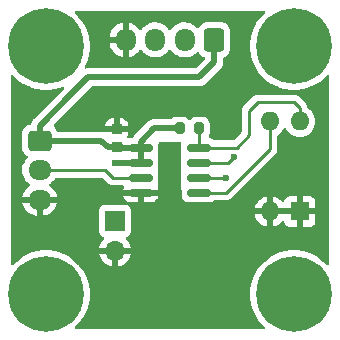
<source format=gbr>
%TF.GenerationSoftware,KiCad,Pcbnew,(6.0.8)*%
%TF.CreationDate,2023-04-13T09:43:49+02:00*%
%TF.ProjectId,ENCODER,454e434f-4445-4522-9e6b-696361645f70,1.0*%
%TF.SameCoordinates,Original*%
%TF.FileFunction,Copper,L1,Top*%
%TF.FilePolarity,Positive*%
%FSLAX46Y46*%
G04 Gerber Fmt 4.6, Leading zero omitted, Abs format (unit mm)*
G04 Created by KiCad (PCBNEW (6.0.8)) date 2023-04-13 09:43:49*
%MOMM*%
%LPD*%
G01*
G04 APERTURE LIST*
G04 Aperture macros list*
%AMRoundRect*
0 Rectangle with rounded corners*
0 $1 Rounding radius*
0 $2 $3 $4 $5 $6 $7 $8 $9 X,Y pos of 4 corners*
0 Add a 4 corners polygon primitive as box body*
4,1,4,$2,$3,$4,$5,$6,$7,$8,$9,$2,$3,0*
0 Add four circle primitives for the rounded corners*
1,1,$1+$1,$2,$3*
1,1,$1+$1,$4,$5*
1,1,$1+$1,$6,$7*
1,1,$1+$1,$8,$9*
0 Add four rect primitives between the rounded corners*
20,1,$1+$1,$2,$3,$4,$5,0*
20,1,$1+$1,$4,$5,$6,$7,0*
20,1,$1+$1,$6,$7,$8,$9,0*
20,1,$1+$1,$8,$9,$2,$3,0*%
G04 Aperture macros list end*
%TA.AperFunction,ComponentPad*%
%ADD10C,0.800000*%
%TD*%
%TA.AperFunction,ComponentPad*%
%ADD11C,6.400000*%
%TD*%
%TA.AperFunction,SMDPad,CuDef*%
%ADD12RoundRect,0.225000X0.250000X-0.225000X0.250000X0.225000X-0.250000X0.225000X-0.250000X-0.225000X0*%
%TD*%
%TA.AperFunction,SMDPad,CuDef*%
%ADD13RoundRect,0.150000X-0.825000X-0.150000X0.825000X-0.150000X0.825000X0.150000X-0.825000X0.150000X0*%
%TD*%
%TA.AperFunction,SMDPad,CuDef*%
%ADD14RoundRect,0.200000X-0.200000X-0.275000X0.200000X-0.275000X0.200000X0.275000X-0.200000X0.275000X0*%
%TD*%
%TA.AperFunction,ComponentPad*%
%ADD15RoundRect,0.250000X0.600000X0.725000X-0.600000X0.725000X-0.600000X-0.725000X0.600000X-0.725000X0*%
%TD*%
%TA.AperFunction,ComponentPad*%
%ADD16O,1.700000X1.950000*%
%TD*%
%TA.AperFunction,ComponentPad*%
%ADD17R,1.700000X1.700000*%
%TD*%
%TA.AperFunction,ComponentPad*%
%ADD18O,1.700000X1.700000*%
%TD*%
%TA.AperFunction,ComponentPad*%
%ADD19RoundRect,0.250000X-0.725000X0.600000X-0.725000X-0.600000X0.725000X-0.600000X0.725000X0.600000X0*%
%TD*%
%TA.AperFunction,ComponentPad*%
%ADD20O,1.950000X1.700000*%
%TD*%
%TA.AperFunction,ComponentPad*%
%ADD21R,1.600000X1.600000*%
%TD*%
%TA.AperFunction,ComponentPad*%
%ADD22O,1.600000X1.600000*%
%TD*%
%TA.AperFunction,ViaPad*%
%ADD23C,0.600000*%
%TD*%
%TA.AperFunction,Conductor*%
%ADD24C,0.508000*%
%TD*%
%TA.AperFunction,Conductor*%
%ADD25C,0.254000*%
%TD*%
G04 APERTURE END LIST*
D10*
%TO.P,H3,1*%
%TO.N,N/C*%
X134500000Y-81100000D03*
X132100000Y-83500000D03*
X136197056Y-81802944D03*
X132802944Y-85197056D03*
X136197056Y-85197056D03*
X132802944Y-81802944D03*
X134500000Y-85900000D03*
D11*
X134500000Y-83500000D03*
D10*
X136900000Y-83500000D03*
%TD*%
%TO.P,H4,1*%
%TO.N,N/C*%
X136900000Y-104500000D03*
X136197056Y-106197056D03*
X134500000Y-102100000D03*
X132802944Y-102802944D03*
X134500000Y-106900000D03*
D11*
X134500000Y-104500000D03*
D10*
X132100000Y-104500000D03*
X136197056Y-102802944D03*
X132802944Y-106197056D03*
%TD*%
%TO.P,H2,1*%
%TO.N,N/C*%
X111100000Y-83500000D03*
D11*
X113500000Y-83500000D03*
D10*
X113500000Y-85900000D03*
X113500000Y-81100000D03*
X115197056Y-81802944D03*
X115197056Y-85197056D03*
X115900000Y-83500000D03*
X111802944Y-81802944D03*
X111802944Y-85197056D03*
%TD*%
D12*
%TO.P,C1,1*%
%TO.N,+3V3*%
X119500000Y-92078000D03*
%TO.P,C1,2*%
%TO.N,GND*%
X119500000Y-90528000D03*
%TD*%
D13*
%TO.P,U1,1,VDD5V*%
%TO.N,+3V3*%
X121525000Y-92095000D03*
%TO.P,U1,2,VDD3V3*%
X121525000Y-93365000D03*
%TO.P,U1,3,OUT*%
%TO.N,/OUT*%
X121525000Y-94635000D03*
%TO.P,U1,4,GND*%
%TO.N,GND*%
X121525000Y-95905000D03*
%TO.P,U1,5,PGO*%
%TO.N,/PGO*%
X126475000Y-95905000D03*
%TO.P,U1,6,SDA*%
%TO.N,/SDA*%
X126475000Y-94635000D03*
%TO.P,U1,7,SCL*%
%TO.N,/SCL*%
X126475000Y-93365000D03*
%TO.P,U1,8,DIR*%
%TO.N,/DIR*%
X126475000Y-92095000D03*
%TD*%
D14*
%TO.P,R1,1*%
%TO.N,+3V3*%
X124821400Y-90464800D03*
%TO.P,R1,2*%
%TO.N,/DIR*%
X126471400Y-90464800D03*
%TD*%
D10*
%TO.P,H1,1*%
%TO.N,N/C*%
X113500000Y-106900000D03*
X111802944Y-106197056D03*
X115900000Y-104500000D03*
X115197056Y-106197056D03*
X113500000Y-102100000D03*
D11*
X113500000Y-104500000D03*
D10*
X111100000Y-104500000D03*
X111802944Y-102802944D03*
X115197056Y-102802944D03*
%TD*%
D15*
%TO.P,J2,1,Pin_1*%
%TO.N,+3V3*%
X127750000Y-82975000D03*
D16*
%TO.P,J2,2,Pin_2*%
%TO.N,/SCL*%
X125250000Y-82975000D03*
%TO.P,J2,3,Pin_3*%
%TO.N,/SDA*%
X122750000Y-82975000D03*
%TO.P,J2,4,Pin_4*%
%TO.N,GND*%
X120250000Y-82975000D03*
%TD*%
D17*
%TO.P,C2,1*%
%TO.N,+3V3*%
X119347200Y-98288000D03*
D18*
%TO.P,C2,2*%
%TO.N,GND*%
X119347200Y-100828000D03*
%TD*%
D19*
%TO.P,J1,1,Pin_1*%
%TO.N,+3V3*%
X112975000Y-91500000D03*
D20*
%TO.P,J1,2,Pin_2*%
%TO.N,/OUT*%
X112975000Y-94000000D03*
%TO.P,J1,3,Pin_3*%
%TO.N,GND*%
X112975000Y-96500000D03*
%TD*%
D21*
%TO.P,SW1,1*%
%TO.N,GND*%
X135000000Y-97500000D03*
D22*
%TO.P,SW1,2*%
X132460000Y-97500000D03*
%TO.P,SW1,3*%
%TO.N,/PGO*%
X132460000Y-89880000D03*
%TO.P,SW1,4*%
%TO.N,/DIR*%
X135000000Y-89880000D03*
%TD*%
D23*
%TO.N,+3V3*%
X119347200Y-93370000D03*
%TO.N,/SCL*%
X129400000Y-92862000D03*
%TO.N,/SDA*%
X128731000Y-94640000D03*
%TD*%
D24*
%TO.N,+3V3*%
X112975000Y-90257000D02*
X112975000Y-91500000D01*
X112975000Y-91500000D02*
X118198000Y-91500000D01*
X121525000Y-92095000D02*
X119517000Y-92095000D01*
X118776000Y-92078000D02*
X119500000Y-92078000D01*
X122649200Y-90464800D02*
X121525000Y-91589000D01*
X127750000Y-82975000D02*
X127750000Y-84880000D01*
X115750000Y-87500000D02*
X115741000Y-87491000D01*
X127750000Y-82975000D02*
X127780000Y-83005000D01*
X127750000Y-84880000D02*
X126480000Y-86150000D01*
X121525000Y-91589000D02*
X121525000Y-92095000D01*
X121525000Y-93365000D02*
X121525000Y-92095000D01*
X118198000Y-91500000D02*
X118776000Y-92078000D01*
X119347200Y-93370000D02*
X119352200Y-93365000D01*
X117082000Y-86150000D02*
X115741000Y-87491000D01*
X119352200Y-93365000D02*
X121525000Y-93365000D01*
X124821400Y-90464800D02*
X122649200Y-90464800D01*
X119517000Y-92095000D02*
X119500000Y-92078000D01*
X115741000Y-87491000D02*
X112975000Y-90257000D01*
X126480000Y-86150000D02*
X117082000Y-86150000D01*
D25*
%TO.N,/OUT*%
X121525000Y-94635000D02*
X119174000Y-94635000D01*
X118539000Y-94000000D02*
X112975000Y-94000000D01*
X119174000Y-94635000D02*
X118539000Y-94000000D01*
%TO.N,/SCL*%
X129400000Y-92862000D02*
X128897000Y-93365000D01*
X127010000Y-93400000D02*
X126975000Y-93365000D01*
X128897000Y-93365000D02*
X126475000Y-93365000D01*
X126975000Y-93365000D02*
X126475000Y-93365000D01*
%TO.N,/SDA*%
X126480000Y-94640000D02*
X126475000Y-94635000D01*
X128731000Y-94640000D02*
X126480000Y-94640000D01*
%TO.N,/DIR*%
X126471400Y-90464800D02*
X126475000Y-90468400D01*
X130701000Y-91049000D02*
X129655000Y-92095000D01*
X132352000Y-88255000D02*
X131463000Y-88255000D01*
X129655000Y-92095000D02*
X126475000Y-92095000D01*
X134511000Y-88255000D02*
X132352000Y-88255000D01*
X126475000Y-90468400D02*
X126475000Y-92095000D01*
X130701000Y-89017000D02*
X130701000Y-91049000D01*
X135000000Y-88744000D02*
X134511000Y-88255000D01*
X135000000Y-89880000D02*
X135000000Y-88744000D01*
X131463000Y-88255000D02*
X130701000Y-89017000D01*
X132352000Y-88255000D02*
X132225000Y-88255000D01*
%TO.N,/PGO*%
X132460000Y-92211000D02*
X132460000Y-89880000D01*
X126475000Y-95905000D02*
X128766000Y-95905000D01*
X128766000Y-95905000D02*
X132460000Y-92211000D01*
%TD*%
%TA.AperFunction,Conductor*%
%TO.N,GND*%
G36*
X132013639Y-80528502D02*
G01*
X132060132Y-80582158D01*
X132070236Y-80652432D01*
X132040742Y-80717012D01*
X132024812Y-80732420D01*
X132017695Y-80738183D01*
X132017684Y-80738193D01*
X132015124Y-80740266D01*
X131740266Y-81015124D01*
X131495643Y-81317207D01*
X131493848Y-81319970D01*
X131493848Y-81319971D01*
X131321320Y-81585643D01*
X131283938Y-81643206D01*
X131282443Y-81646140D01*
X131282439Y-81646147D01*
X131187182Y-81833100D01*
X131107468Y-81989547D01*
X130968167Y-82352438D01*
X130867562Y-82727901D01*
X130835268Y-82931793D01*
X130817699Y-83042723D01*
X130806754Y-83111824D01*
X130786411Y-83500000D01*
X130806754Y-83888176D01*
X130807267Y-83891416D01*
X130807268Y-83891424D01*
X130832467Y-84050523D01*
X130867562Y-84272099D01*
X130968167Y-84647562D01*
X131107468Y-85010453D01*
X131108966Y-85013393D01*
X131280780Y-85350596D01*
X131283938Y-85356794D01*
X131285734Y-85359560D01*
X131285736Y-85359563D01*
X131350292Y-85458971D01*
X131495643Y-85682793D01*
X131497718Y-85685355D01*
X131732421Y-85975188D01*
X131740266Y-85984876D01*
X132015124Y-86259734D01*
X132317207Y-86504357D01*
X132319970Y-86506152D01*
X132319971Y-86506152D01*
X132589521Y-86681199D01*
X132643205Y-86716062D01*
X132646139Y-86717557D01*
X132646146Y-86717561D01*
X132986607Y-86891034D01*
X132989547Y-86892532D01*
X133052327Y-86916631D01*
X133264113Y-86997928D01*
X133352438Y-87031833D01*
X133727901Y-87132438D01*
X133931793Y-87164732D01*
X134108576Y-87192732D01*
X134108584Y-87192733D01*
X134111824Y-87193246D01*
X134500000Y-87213589D01*
X134888176Y-87193246D01*
X134891416Y-87192733D01*
X134891424Y-87192732D01*
X135068207Y-87164732D01*
X135272099Y-87132438D01*
X135647562Y-87031833D01*
X135735888Y-86997928D01*
X135947673Y-86916631D01*
X136010453Y-86892532D01*
X136013393Y-86891034D01*
X136353854Y-86717561D01*
X136353861Y-86717557D01*
X136356795Y-86716062D01*
X136410480Y-86681199D01*
X136680029Y-86506152D01*
X136680030Y-86506152D01*
X136682793Y-86504357D01*
X136984876Y-86259734D01*
X137259734Y-85984876D01*
X137261809Y-85982314D01*
X137261817Y-85982305D01*
X137267580Y-85975188D01*
X137325994Y-85934836D01*
X137396951Y-85932470D01*
X137457923Y-85968843D01*
X137489551Y-86032405D01*
X137491500Y-86054482D01*
X137491500Y-101945518D01*
X137471498Y-102013639D01*
X137417842Y-102060132D01*
X137347568Y-102070236D01*
X137282988Y-102040742D01*
X137267580Y-102024812D01*
X137261817Y-102017695D01*
X137261807Y-102017684D01*
X137259734Y-102015124D01*
X136984876Y-101740266D01*
X136682793Y-101495643D01*
X136356795Y-101283938D01*
X136353861Y-101282443D01*
X136353854Y-101282439D01*
X136013393Y-101108966D01*
X136010453Y-101107468D01*
X135647562Y-100968167D01*
X135272099Y-100867562D01*
X135068207Y-100835268D01*
X134891424Y-100807268D01*
X134891416Y-100807267D01*
X134888176Y-100806754D01*
X134500000Y-100786411D01*
X134111824Y-100806754D01*
X134108584Y-100807267D01*
X134108576Y-100807268D01*
X133931793Y-100835268D01*
X133727901Y-100867562D01*
X133352438Y-100968167D01*
X132989547Y-101107468D01*
X132986607Y-101108966D01*
X132646147Y-101282439D01*
X132646140Y-101282443D01*
X132643206Y-101283938D01*
X132640440Y-101285734D01*
X132640437Y-101285736D01*
X132406581Y-101437603D01*
X132317207Y-101495643D01*
X132015124Y-101740266D01*
X131740266Y-102015124D01*
X131738194Y-102017682D01*
X131738191Y-102017686D01*
X131672999Y-102098191D01*
X131495643Y-102317207D01*
X131283938Y-102643206D01*
X131107468Y-102989547D01*
X130968167Y-103352438D01*
X130867562Y-103727901D01*
X130806754Y-104111824D01*
X130786411Y-104500000D01*
X130806754Y-104888176D01*
X130867562Y-105272099D01*
X130968167Y-105647562D01*
X131107468Y-106010453D01*
X131108966Y-106013393D01*
X131277554Y-106344264D01*
X131283938Y-106356794D01*
X131495643Y-106682793D01*
X131740266Y-106984876D01*
X132015124Y-107259734D01*
X132017684Y-107261807D01*
X132017695Y-107261817D01*
X132024812Y-107267580D01*
X132065164Y-107325994D01*
X132067530Y-107396951D01*
X132031157Y-107457923D01*
X131967595Y-107489551D01*
X131945518Y-107491500D01*
X116054482Y-107491500D01*
X115986361Y-107471498D01*
X115939868Y-107417842D01*
X115929764Y-107347568D01*
X115959258Y-107282988D01*
X115975188Y-107267580D01*
X115982305Y-107261817D01*
X115982316Y-107261807D01*
X115984876Y-107259734D01*
X116259734Y-106984876D01*
X116504357Y-106682793D01*
X116716062Y-106356794D01*
X116722447Y-106344264D01*
X116891034Y-106013393D01*
X116892532Y-106010453D01*
X117031833Y-105647562D01*
X117132438Y-105272099D01*
X117193246Y-104888176D01*
X117213589Y-104500000D01*
X117193246Y-104111824D01*
X117132438Y-103727901D01*
X117031833Y-103352438D01*
X116892532Y-102989547D01*
X116716062Y-102643206D01*
X116504357Y-102317207D01*
X116327001Y-102098191D01*
X116261809Y-102017686D01*
X116261806Y-102017682D01*
X116259734Y-102015124D01*
X115984876Y-101740266D01*
X115682793Y-101495643D01*
X115356795Y-101283938D01*
X115353861Y-101282443D01*
X115353854Y-101282439D01*
X115013393Y-101108966D01*
X115010453Y-101107468D01*
X114980489Y-101095966D01*
X118015457Y-101095966D01*
X118045765Y-101230446D01*
X118048845Y-101240275D01*
X118128970Y-101437603D01*
X118133613Y-101446794D01*
X118244894Y-101628388D01*
X118250977Y-101636699D01*
X118390413Y-101797667D01*
X118397780Y-101804883D01*
X118561634Y-101940916D01*
X118570081Y-101946831D01*
X118753956Y-102054279D01*
X118763242Y-102058729D01*
X118962201Y-102134703D01*
X118972099Y-102137579D01*
X119075450Y-102158606D01*
X119089499Y-102157410D01*
X119093200Y-102147065D01*
X119093200Y-102146517D01*
X119601200Y-102146517D01*
X119605264Y-102160359D01*
X119618678Y-102162393D01*
X119625384Y-102161534D01*
X119635462Y-102159392D01*
X119839455Y-102098191D01*
X119849042Y-102094433D01*
X120040295Y-102000739D01*
X120049145Y-101995464D01*
X120222528Y-101871792D01*
X120230400Y-101865139D01*
X120381252Y-101714812D01*
X120387930Y-101706965D01*
X120512203Y-101534020D01*
X120517513Y-101525183D01*
X120611870Y-101334267D01*
X120615669Y-101324672D01*
X120677577Y-101120910D01*
X120679755Y-101110837D01*
X120681186Y-101099962D01*
X120678975Y-101085778D01*
X120665817Y-101082000D01*
X119619315Y-101082000D01*
X119604076Y-101086475D01*
X119602871Y-101087865D01*
X119601200Y-101095548D01*
X119601200Y-102146517D01*
X119093200Y-102146517D01*
X119093200Y-101100115D01*
X119088725Y-101084876D01*
X119087335Y-101083671D01*
X119079652Y-101082000D01*
X118030425Y-101082000D01*
X118016894Y-101085973D01*
X118015457Y-101095966D01*
X114980489Y-101095966D01*
X114647562Y-100968167D01*
X114272099Y-100867562D01*
X114068207Y-100835268D01*
X113891424Y-100807268D01*
X113891416Y-100807267D01*
X113888176Y-100806754D01*
X113500000Y-100786411D01*
X113111824Y-100806754D01*
X113108584Y-100807267D01*
X113108576Y-100807268D01*
X112931793Y-100835268D01*
X112727901Y-100867562D01*
X112352438Y-100968167D01*
X111989547Y-101107468D01*
X111986607Y-101108966D01*
X111646147Y-101282439D01*
X111646140Y-101282443D01*
X111643206Y-101283938D01*
X111640440Y-101285734D01*
X111640437Y-101285736D01*
X111406581Y-101437603D01*
X111317207Y-101495643D01*
X111015124Y-101740266D01*
X110740266Y-102015124D01*
X110738193Y-102017684D01*
X110738183Y-102017695D01*
X110732420Y-102024812D01*
X110674006Y-102065164D01*
X110603049Y-102067530D01*
X110542077Y-102031157D01*
X110510449Y-101967595D01*
X110508500Y-101945518D01*
X110508500Y-99186134D01*
X117988700Y-99186134D01*
X117995455Y-99248316D01*
X118046585Y-99384705D01*
X118133939Y-99501261D01*
X118250495Y-99588615D01*
X118258904Y-99591767D01*
X118258905Y-99591768D01*
X118368160Y-99632726D01*
X118424925Y-99675367D01*
X118449625Y-99741929D01*
X118434418Y-99811278D01*
X118415025Y-99837759D01*
X118291790Y-99966717D01*
X118285304Y-99974727D01*
X118165298Y-100150649D01*
X118160200Y-100159623D01*
X118070538Y-100352783D01*
X118066975Y-100362470D01*
X118011589Y-100562183D01*
X118013112Y-100570607D01*
X118025492Y-100574000D01*
X120665544Y-100574000D01*
X120679075Y-100570027D01*
X120680380Y-100560947D01*
X120638414Y-100393875D01*
X120635094Y-100384124D01*
X120550172Y-100188814D01*
X120545305Y-100179739D01*
X120429626Y-100000926D01*
X120423336Y-99992757D01*
X120279493Y-99834677D01*
X120248441Y-99770831D01*
X120256835Y-99700333D01*
X120302012Y-99645564D01*
X120328456Y-99631895D01*
X120435497Y-99591767D01*
X120443905Y-99588615D01*
X120560461Y-99501261D01*
X120647815Y-99384705D01*
X120698945Y-99248316D01*
X120705700Y-99186134D01*
X120705700Y-97766522D01*
X131177273Y-97766522D01*
X131224764Y-97943761D01*
X131228510Y-97954053D01*
X131320586Y-98151511D01*
X131326069Y-98161007D01*
X131451028Y-98339467D01*
X131458084Y-98347875D01*
X131612125Y-98501916D01*
X131620533Y-98508972D01*
X131798993Y-98633931D01*
X131808489Y-98639414D01*
X132005947Y-98731490D01*
X132016239Y-98735236D01*
X132188503Y-98781394D01*
X132202599Y-98781058D01*
X132206000Y-98773116D01*
X132206000Y-98767967D01*
X132714000Y-98767967D01*
X132717973Y-98781498D01*
X132726522Y-98782727D01*
X132903761Y-98735236D01*
X132914053Y-98731490D01*
X133111511Y-98639414D01*
X133121007Y-98633931D01*
X133299467Y-98508972D01*
X133307875Y-98501916D01*
X133461916Y-98347875D01*
X133472507Y-98335254D01*
X133473357Y-98335968D01*
X133524422Y-98295152D01*
X133595041Y-98287844D01*
X133658401Y-98319877D01*
X133694385Y-98381079D01*
X133697438Y-98398145D01*
X133697895Y-98402353D01*
X133701521Y-98417604D01*
X133746676Y-98538054D01*
X133755214Y-98553649D01*
X133831715Y-98655724D01*
X133844276Y-98668285D01*
X133946351Y-98744786D01*
X133961946Y-98753324D01*
X134082394Y-98798478D01*
X134097649Y-98802105D01*
X134148514Y-98807631D01*
X134155328Y-98808000D01*
X134727885Y-98808000D01*
X134743124Y-98803525D01*
X134744329Y-98802135D01*
X134746000Y-98794452D01*
X134746000Y-98789884D01*
X135254000Y-98789884D01*
X135258475Y-98805123D01*
X135259865Y-98806328D01*
X135267548Y-98807999D01*
X135844669Y-98807999D01*
X135851490Y-98807629D01*
X135902352Y-98802105D01*
X135917604Y-98798479D01*
X136038054Y-98753324D01*
X136053649Y-98744786D01*
X136155724Y-98668285D01*
X136168285Y-98655724D01*
X136244786Y-98553649D01*
X136253324Y-98538054D01*
X136298478Y-98417606D01*
X136302105Y-98402351D01*
X136307631Y-98351486D01*
X136308000Y-98344672D01*
X136308000Y-97772115D01*
X136303525Y-97756876D01*
X136302135Y-97755671D01*
X136294452Y-97754000D01*
X135272115Y-97754000D01*
X135256876Y-97758475D01*
X135255671Y-97759865D01*
X135254000Y-97767548D01*
X135254000Y-98789884D01*
X134746000Y-98789884D01*
X134746000Y-97772115D01*
X134741525Y-97756876D01*
X134740135Y-97755671D01*
X134732452Y-97754000D01*
X132732115Y-97754000D01*
X132716876Y-97758475D01*
X132715671Y-97759865D01*
X132714000Y-97767548D01*
X132714000Y-98767967D01*
X132206000Y-98767967D01*
X132206000Y-97772115D01*
X132201525Y-97756876D01*
X132200135Y-97755671D01*
X132192452Y-97754000D01*
X131192033Y-97754000D01*
X131178502Y-97757973D01*
X131177273Y-97766522D01*
X120705700Y-97766522D01*
X120705700Y-97389866D01*
X120698945Y-97327684D01*
X120661764Y-97228503D01*
X131178606Y-97228503D01*
X131178942Y-97242599D01*
X131186884Y-97246000D01*
X132187885Y-97246000D01*
X132203124Y-97241525D01*
X132204329Y-97240135D01*
X132206000Y-97232452D01*
X132206000Y-97227885D01*
X132714000Y-97227885D01*
X132718475Y-97243124D01*
X132719865Y-97244329D01*
X132727548Y-97246000D01*
X134727885Y-97246000D01*
X134743124Y-97241525D01*
X134744329Y-97240135D01*
X134746000Y-97232452D01*
X134746000Y-97227885D01*
X135254000Y-97227885D01*
X135258475Y-97243124D01*
X135259865Y-97244329D01*
X135267548Y-97246000D01*
X136289884Y-97246000D01*
X136305123Y-97241525D01*
X136306328Y-97240135D01*
X136307999Y-97232452D01*
X136307999Y-96655331D01*
X136307629Y-96648510D01*
X136302105Y-96597648D01*
X136298479Y-96582396D01*
X136253324Y-96461946D01*
X136244786Y-96446351D01*
X136168285Y-96344276D01*
X136155724Y-96331715D01*
X136053649Y-96255214D01*
X136038054Y-96246676D01*
X135917606Y-96201522D01*
X135902351Y-96197895D01*
X135851486Y-96192369D01*
X135844672Y-96192000D01*
X135272115Y-96192000D01*
X135256876Y-96196475D01*
X135255671Y-96197865D01*
X135254000Y-96205548D01*
X135254000Y-97227885D01*
X134746000Y-97227885D01*
X134746000Y-96210116D01*
X134741525Y-96194877D01*
X134740135Y-96193672D01*
X134732452Y-96192001D01*
X134155331Y-96192001D01*
X134148510Y-96192371D01*
X134097648Y-96197895D01*
X134082396Y-96201521D01*
X133961946Y-96246676D01*
X133946351Y-96255214D01*
X133844276Y-96331715D01*
X133831715Y-96344276D01*
X133755214Y-96446351D01*
X133746676Y-96461946D01*
X133701522Y-96582394D01*
X133697896Y-96597643D01*
X133697439Y-96601851D01*
X133696168Y-96604910D01*
X133696068Y-96605331D01*
X133696000Y-96605315D01*
X133670199Y-96667414D01*
X133611837Y-96707843D01*
X133540883Y-96710301D01*
X133479864Y-96674008D01*
X133469028Y-96660600D01*
X133461916Y-96652125D01*
X133307875Y-96498084D01*
X133299467Y-96491028D01*
X133121007Y-96366069D01*
X133111511Y-96360586D01*
X132914053Y-96268510D01*
X132903761Y-96264764D01*
X132731497Y-96218606D01*
X132717401Y-96218942D01*
X132714000Y-96226884D01*
X132714000Y-97227885D01*
X132206000Y-97227885D01*
X132206000Y-96232033D01*
X132202027Y-96218502D01*
X132193478Y-96217273D01*
X132016239Y-96264764D01*
X132005947Y-96268510D01*
X131808489Y-96360586D01*
X131798993Y-96366069D01*
X131620533Y-96491028D01*
X131612125Y-96498084D01*
X131458084Y-96652125D01*
X131451028Y-96660533D01*
X131326069Y-96838993D01*
X131320586Y-96848489D01*
X131228510Y-97045947D01*
X131224764Y-97056239D01*
X131178606Y-97228503D01*
X120661764Y-97228503D01*
X120647815Y-97191295D01*
X120560461Y-97074739D01*
X120443905Y-96987385D01*
X120307516Y-96936255D01*
X120245334Y-96929500D01*
X118449066Y-96929500D01*
X118386884Y-96936255D01*
X118250495Y-96987385D01*
X118133939Y-97074739D01*
X118046585Y-97191295D01*
X117995455Y-97327684D01*
X117988700Y-97389866D01*
X117988700Y-99186134D01*
X110508500Y-99186134D01*
X110508500Y-96768580D01*
X111518752Y-96768580D01*
X111543477Y-96886421D01*
X111546537Y-96896617D01*
X111627263Y-97101029D01*
X111631994Y-97110561D01*
X111746016Y-97298462D01*
X111752280Y-97307052D01*
X111896327Y-97473052D01*
X111903958Y-97480472D01*
X112073911Y-97619826D01*
X112082678Y-97625850D01*
X112273682Y-97734576D01*
X112283346Y-97739041D01*
X112489941Y-97814031D01*
X112500208Y-97816802D01*
X112703174Y-97853504D01*
X112716414Y-97852085D01*
X112721000Y-97837450D01*
X112721000Y-97833849D01*
X113229000Y-97833849D01*
X113233310Y-97848527D01*
X113245193Y-97850590D01*
X113324325Y-97843876D01*
X113334797Y-97842086D01*
X113547535Y-97786870D01*
X113557575Y-97783335D01*
X113757970Y-97693063D01*
X113767256Y-97687894D01*
X113949575Y-97565150D01*
X113957870Y-97558481D01*
X114116900Y-97406772D01*
X114123941Y-97398814D01*
X114255141Y-97222475D01*
X114260745Y-97213438D01*
X114360357Y-97017516D01*
X114364357Y-97007665D01*
X114429534Y-96797760D01*
X114431817Y-96787376D01*
X114433861Y-96771957D01*
X114431665Y-96757793D01*
X114418478Y-96754000D01*
X113247115Y-96754000D01*
X113231876Y-96758475D01*
X113230671Y-96759865D01*
X113229000Y-96767548D01*
X113229000Y-97833849D01*
X112721000Y-97833849D01*
X112721000Y-96772115D01*
X112716525Y-96756876D01*
X112715135Y-96755671D01*
X112707452Y-96754000D01*
X111533808Y-96754000D01*
X111520277Y-96757973D01*
X111518752Y-96768580D01*
X110508500Y-96768580D01*
X110508500Y-86054482D01*
X110528502Y-85986361D01*
X110582158Y-85939868D01*
X110652432Y-85929764D01*
X110717012Y-85959258D01*
X110732420Y-85975188D01*
X110738183Y-85982305D01*
X110738191Y-85982314D01*
X110740266Y-85984876D01*
X111015124Y-86259734D01*
X111317207Y-86504357D01*
X111319970Y-86506152D01*
X111319971Y-86506152D01*
X111589521Y-86681199D01*
X111643205Y-86716062D01*
X111646139Y-86717557D01*
X111646146Y-86717561D01*
X111986607Y-86891034D01*
X111989547Y-86892532D01*
X112052327Y-86916631D01*
X112264113Y-86997928D01*
X112352438Y-87031833D01*
X112727901Y-87132438D01*
X112931793Y-87164732D01*
X113108576Y-87192732D01*
X113108584Y-87192733D01*
X113111824Y-87193246D01*
X113500000Y-87213589D01*
X113888176Y-87193246D01*
X113891416Y-87192733D01*
X113891424Y-87192732D01*
X114068207Y-87164732D01*
X114272099Y-87132438D01*
X114647562Y-87031833D01*
X114863899Y-86948789D01*
X114934662Y-86943050D01*
X114997295Y-86976480D01*
X115031912Y-87038466D01*
X115027522Y-87109326D01*
X114998147Y-87155515D01*
X112483472Y-89670190D01*
X112469059Y-89682577D01*
X112451436Y-89695546D01*
X112446692Y-89701129D01*
X112446693Y-89701129D01*
X112417021Y-89736055D01*
X112410091Y-89743571D01*
X112404347Y-89749315D01*
X112402073Y-89752189D01*
X112402067Y-89752196D01*
X112386628Y-89771711D01*
X112383837Y-89775115D01*
X112341055Y-89825472D01*
X112341052Y-89825476D01*
X112336316Y-89831051D01*
X112332988Y-89837568D01*
X112329611Y-89842632D01*
X112326384Y-89847856D01*
X112321840Y-89853600D01*
X112318741Y-89860231D01*
X112290768Y-89920082D01*
X112288837Y-89924033D01*
X112283325Y-89934828D01*
X112255457Y-89989404D01*
X112253716Y-89996519D01*
X112251579Y-90002265D01*
X112249656Y-90008047D01*
X112246556Y-90014679D01*
X112245066Y-90021844D01*
X112239386Y-90049152D01*
X112205932Y-90111772D01*
X112143933Y-90146366D01*
X112129030Y-90148822D01*
X112100692Y-90151762D01*
X112100688Y-90151763D01*
X112093834Y-90152474D01*
X112087298Y-90154655D01*
X112087296Y-90154655D01*
X112070706Y-90160190D01*
X111926054Y-90208450D01*
X111775652Y-90301522D01*
X111650695Y-90426697D01*
X111646855Y-90432927D01*
X111646854Y-90432928D01*
X111582858Y-90536749D01*
X111557885Y-90577262D01*
X111555581Y-90584209D01*
X111504750Y-90737461D01*
X111502203Y-90745139D01*
X111491500Y-90849600D01*
X111491500Y-92150400D01*
X111491837Y-92153646D01*
X111491837Y-92153650D01*
X111500688Y-92238950D01*
X111502474Y-92256166D01*
X111504655Y-92262702D01*
X111504655Y-92262704D01*
X111516750Y-92298956D01*
X111558450Y-92423946D01*
X111651522Y-92574348D01*
X111776697Y-92699305D01*
X111782927Y-92703145D01*
X111782928Y-92703146D01*
X111794010Y-92709977D01*
X111922340Y-92789081D01*
X111969832Y-92841852D01*
X111981256Y-92911924D01*
X111952982Y-92977048D01*
X111943195Y-92987510D01*
X111921467Y-93008238D01*
X111828865Y-93096576D01*
X111691246Y-93281542D01*
X111688830Y-93286293D01*
X111688828Y-93286297D01*
X111652047Y-93358640D01*
X111586760Y-93487051D01*
X111585178Y-93492145D01*
X111585177Y-93492148D01*
X111578492Y-93513677D01*
X111518393Y-93707227D01*
X111517692Y-93712516D01*
X111490422Y-93918272D01*
X111488102Y-93935774D01*
X111496751Y-94166158D01*
X111544093Y-94391791D01*
X111628776Y-94606221D01*
X111631543Y-94610780D01*
X111631544Y-94610783D01*
X111693998Y-94713703D01*
X111748377Y-94803317D01*
X111751874Y-94807347D01*
X111838438Y-94907103D01*
X111899477Y-94977445D01*
X111903608Y-94980832D01*
X112073627Y-95120240D01*
X112073633Y-95120244D01*
X112077755Y-95123624D01*
X112082398Y-95126267D01*
X112109735Y-95141829D01*
X112159041Y-95192912D01*
X112172902Y-95262542D01*
X112146918Y-95328613D01*
X112117768Y-95355851D01*
X112000422Y-95434852D01*
X111992130Y-95441519D01*
X111833100Y-95593228D01*
X111826059Y-95601186D01*
X111694859Y-95777525D01*
X111689255Y-95786562D01*
X111589643Y-95982484D01*
X111585643Y-95992335D01*
X111520466Y-96202240D01*
X111518183Y-96212624D01*
X111516139Y-96228043D01*
X111518335Y-96242207D01*
X111531522Y-96246000D01*
X114416192Y-96246000D01*
X114429723Y-96242027D01*
X114431248Y-96231420D01*
X114418544Y-96170871D01*
X120048456Y-96170871D01*
X120089107Y-96310790D01*
X120095352Y-96325221D01*
X120171911Y-96454678D01*
X120181551Y-96467104D01*
X120287896Y-96573449D01*
X120300322Y-96583089D01*
X120429779Y-96659648D01*
X120444210Y-96665893D01*
X120590065Y-96708269D01*
X120602667Y-96710570D01*
X120631084Y-96712807D01*
X120636014Y-96713000D01*
X121252885Y-96713000D01*
X121268124Y-96708525D01*
X121269329Y-96707135D01*
X121271000Y-96699452D01*
X121271000Y-96694884D01*
X121779000Y-96694884D01*
X121783475Y-96710123D01*
X121784865Y-96711328D01*
X121792548Y-96712999D01*
X122413984Y-96712999D01*
X122418920Y-96712805D01*
X122447336Y-96710570D01*
X122459931Y-96708270D01*
X122605790Y-96665893D01*
X122620221Y-96659648D01*
X122749678Y-96583089D01*
X122762104Y-96573449D01*
X122868449Y-96467104D01*
X122878089Y-96454678D01*
X122954648Y-96325221D01*
X122960893Y-96310790D01*
X122999939Y-96176395D01*
X122999899Y-96162294D01*
X122992630Y-96159000D01*
X121797115Y-96159000D01*
X121781876Y-96163475D01*
X121780671Y-96164865D01*
X121779000Y-96172548D01*
X121779000Y-96694884D01*
X121271000Y-96694884D01*
X121271000Y-96177115D01*
X121266525Y-96161876D01*
X121265135Y-96160671D01*
X121257452Y-96159000D01*
X120063122Y-96159000D01*
X120049591Y-96162973D01*
X120048456Y-96170871D01*
X114418544Y-96170871D01*
X114406523Y-96113579D01*
X114403463Y-96103383D01*
X114322737Y-95898971D01*
X114318006Y-95889439D01*
X114203984Y-95701538D01*
X114197720Y-95692948D01*
X114053673Y-95526948D01*
X114046042Y-95519528D01*
X113876089Y-95380174D01*
X113867326Y-95374152D01*
X113840289Y-95358762D01*
X113790982Y-95307680D01*
X113777120Y-95238049D01*
X113803103Y-95171978D01*
X113832253Y-95144739D01*
X113913433Y-95090085D01*
X113954319Y-95062559D01*
X113968816Y-95048730D01*
X114117278Y-94907103D01*
X114121135Y-94903424D01*
X114258754Y-94718458D01*
X114265904Y-94704395D01*
X114314607Y-94652737D01*
X114378221Y-94635500D01*
X118223577Y-94635500D01*
X118291698Y-94655502D01*
X118312673Y-94672405D01*
X118668755Y-95028488D01*
X118676325Y-95036807D01*
X118680447Y-95043303D01*
X118686225Y-95048729D01*
X118686226Y-95048730D01*
X118730265Y-95090085D01*
X118733107Y-95092840D01*
X118752906Y-95112639D01*
X118756037Y-95115068D01*
X118756042Y-95115072D01*
X118756128Y-95115139D01*
X118765153Y-95122847D01*
X118768795Y-95126267D01*
X118797494Y-95153217D01*
X118804439Y-95157035D01*
X118804443Y-95157038D01*
X118815334Y-95163026D01*
X118831855Y-95173878D01*
X118847934Y-95186350D01*
X118888655Y-95203971D01*
X118899311Y-95209192D01*
X118931245Y-95226748D01*
X118931251Y-95226750D01*
X118938197Y-95230569D01*
X118945872Y-95232540D01*
X118945878Y-95232542D01*
X118957911Y-95235631D01*
X118976613Y-95242034D01*
X118995292Y-95250117D01*
X119003118Y-95251357D01*
X119003123Y-95251358D01*
X119039120Y-95257060D01*
X119050740Y-95259466D01*
X119086037Y-95268528D01*
X119093718Y-95270500D01*
X119114066Y-95270500D01*
X119133778Y-95272051D01*
X119153880Y-95275235D01*
X119198055Y-95271059D01*
X119209914Y-95270500D01*
X120001174Y-95270500D01*
X120069295Y-95290502D01*
X120115788Y-95344158D01*
X120125892Y-95414432D01*
X120109628Y-95460638D01*
X120095354Y-95484775D01*
X120089107Y-95499210D01*
X120050061Y-95633605D01*
X120050101Y-95647706D01*
X120057370Y-95651000D01*
X122696215Y-95651000D01*
X122719200Y-95653471D01*
X122719200Y-95656000D01*
X123024000Y-95656000D01*
X123024000Y-91768800D01*
X123044002Y-91700679D01*
X123097658Y-91654186D01*
X123150000Y-91642800D01*
X124853800Y-91642800D01*
X124921921Y-91662802D01*
X124968414Y-91716458D01*
X124979800Y-91768800D01*
X124979800Y-95706800D01*
X124985119Y-95706800D01*
X124986396Y-95711149D01*
X124991500Y-95746647D01*
X124991500Y-96121502D01*
X124994438Y-96158831D01*
X125018661Y-96242207D01*
X125038586Y-96310790D01*
X125040855Y-96318601D01*
X125044892Y-96325427D01*
X125121509Y-96454980D01*
X125121511Y-96454983D01*
X125125547Y-96461807D01*
X125243193Y-96579453D01*
X125250017Y-96583489D01*
X125250020Y-96583491D01*
X125286238Y-96604910D01*
X125386399Y-96664145D01*
X125394010Y-96666356D01*
X125394012Y-96666357D01*
X125420348Y-96674008D01*
X125546169Y-96710562D01*
X125552574Y-96711066D01*
X125552579Y-96711067D01*
X125581042Y-96713307D01*
X125581050Y-96713307D01*
X125583498Y-96713500D01*
X127366502Y-96713500D01*
X127368950Y-96713307D01*
X127368958Y-96713307D01*
X127397421Y-96711067D01*
X127397426Y-96711066D01*
X127403831Y-96710562D01*
X127529652Y-96674008D01*
X127555988Y-96666357D01*
X127555990Y-96666356D01*
X127563601Y-96664145D01*
X127663762Y-96604910D01*
X127699980Y-96583491D01*
X127699983Y-96583489D01*
X127706807Y-96579453D01*
X127712416Y-96573844D01*
X127718675Y-96568989D01*
X127720339Y-96571134D01*
X127771167Y-96543379D01*
X127797950Y-96540500D01*
X128686980Y-96540500D01*
X128698214Y-96541030D01*
X128705719Y-96542708D01*
X128774012Y-96540562D01*
X128777969Y-96540500D01*
X128805983Y-96540500D01*
X128809908Y-96540004D01*
X128809909Y-96540004D01*
X128810004Y-96539992D01*
X128821849Y-96539059D01*
X128851670Y-96538122D01*
X128858282Y-96537914D01*
X128858283Y-96537914D01*
X128866205Y-96537665D01*
X128885749Y-96531987D01*
X128905112Y-96527977D01*
X128917440Y-96526420D01*
X128917442Y-96526420D01*
X128925299Y-96525427D01*
X128932663Y-96522511D01*
X128932668Y-96522510D01*
X128966556Y-96509093D01*
X128977785Y-96505248D01*
X128994465Y-96500402D01*
X129020393Y-96492869D01*
X129027220Y-96488831D01*
X129027223Y-96488830D01*
X129037906Y-96482512D01*
X129055664Y-96473812D01*
X129067215Y-96469239D01*
X129067221Y-96469235D01*
X129074588Y-96466319D01*
X129110491Y-96440234D01*
X129120410Y-96433719D01*
X129151768Y-96415174D01*
X129151772Y-96415171D01*
X129158598Y-96411134D01*
X129172982Y-96396750D01*
X129188016Y-96383909D01*
X129198073Y-96376602D01*
X129204487Y-96371942D01*
X129232778Y-96337744D01*
X129240767Y-96328965D01*
X132853483Y-92716250D01*
X132861809Y-92708674D01*
X132868303Y-92704553D01*
X132915086Y-92654734D01*
X132917840Y-92651893D01*
X132937639Y-92632094D01*
X132940063Y-92628969D01*
X132940071Y-92628960D01*
X132940137Y-92628874D01*
X132947845Y-92619849D01*
X132972790Y-92593285D01*
X132978217Y-92587506D01*
X132988023Y-92569669D01*
X132998873Y-92553153D01*
X133011350Y-92537067D01*
X133028976Y-92496334D01*
X133034193Y-92485686D01*
X133040585Y-92474058D01*
X133055569Y-92446803D01*
X133057540Y-92439128D01*
X133057542Y-92439122D01*
X133060631Y-92427089D01*
X133067034Y-92408387D01*
X133075117Y-92389708D01*
X133082060Y-92345873D01*
X133084467Y-92334251D01*
X133093414Y-92299405D01*
X133095500Y-92291282D01*
X133095500Y-92270935D01*
X133097051Y-92251224D01*
X133098995Y-92238950D01*
X133100235Y-92231121D01*
X133096059Y-92186944D01*
X133095500Y-92175086D01*
X133095500Y-91097993D01*
X133115502Y-91029872D01*
X133149229Y-90994780D01*
X133299789Y-90889357D01*
X133299792Y-90889355D01*
X133304300Y-90886198D01*
X133466198Y-90724300D01*
X133597523Y-90536749D01*
X133599846Y-90531767D01*
X133599849Y-90531762D01*
X133615805Y-90497543D01*
X133662722Y-90444258D01*
X133730999Y-90424797D01*
X133798959Y-90445339D01*
X133844195Y-90497543D01*
X133860151Y-90531762D01*
X133860154Y-90531767D01*
X133862477Y-90536749D01*
X133993802Y-90724300D01*
X134155700Y-90886198D01*
X134160208Y-90889355D01*
X134160211Y-90889357D01*
X134238389Y-90944098D01*
X134343251Y-91017523D01*
X134348233Y-91019846D01*
X134348238Y-91019849D01*
X134518014Y-91099016D01*
X134550757Y-91114284D01*
X134556065Y-91115706D01*
X134556067Y-91115707D01*
X134766598Y-91172119D01*
X134766600Y-91172119D01*
X134771913Y-91173543D01*
X135000000Y-91193498D01*
X135228087Y-91173543D01*
X135233400Y-91172119D01*
X135233402Y-91172119D01*
X135443933Y-91115707D01*
X135443935Y-91115706D01*
X135449243Y-91114284D01*
X135481986Y-91099016D01*
X135651762Y-91019849D01*
X135651767Y-91019846D01*
X135656749Y-91017523D01*
X135761611Y-90944098D01*
X135839789Y-90889357D01*
X135839792Y-90889355D01*
X135844300Y-90886198D01*
X136006198Y-90724300D01*
X136137523Y-90536749D01*
X136139846Y-90531767D01*
X136139849Y-90531762D01*
X136231961Y-90334225D01*
X136231961Y-90334224D01*
X136234284Y-90329243D01*
X136240324Y-90306704D01*
X136292119Y-90113402D01*
X136292119Y-90113400D01*
X136293543Y-90108087D01*
X136313498Y-89880000D01*
X136293543Y-89651913D01*
X136288619Y-89633537D01*
X136235707Y-89436067D01*
X136235706Y-89436065D01*
X136234284Y-89430757D01*
X136155805Y-89262457D01*
X136139849Y-89228238D01*
X136139846Y-89228233D01*
X136137523Y-89223251D01*
X136043359Y-89088771D01*
X136009357Y-89040211D01*
X136009355Y-89040208D01*
X136006198Y-89035700D01*
X135844300Y-88873802D01*
X135839792Y-88870645D01*
X135839789Y-88870643D01*
X135723016Y-88788878D01*
X135686977Y-88763643D01*
X135642650Y-88708187D01*
X135633311Y-88664388D01*
X135632913Y-88651720D01*
X135632664Y-88643795D01*
X135626987Y-88624253D01*
X135622978Y-88604894D01*
X135622238Y-88599040D01*
X135620427Y-88584701D01*
X135617511Y-88577337D01*
X135617510Y-88577332D01*
X135604088Y-88543435D01*
X135600249Y-88532224D01*
X135587868Y-88489607D01*
X135577511Y-88472093D01*
X135568815Y-88454343D01*
X135564239Y-88442785D01*
X135564236Y-88442780D01*
X135561319Y-88435412D01*
X135535233Y-88399507D01*
X135528716Y-88389585D01*
X135510172Y-88358228D01*
X135510170Y-88358225D01*
X135506134Y-88351401D01*
X135491747Y-88337014D01*
X135478906Y-88321980D01*
X135471602Y-88311927D01*
X135466942Y-88305513D01*
X135432750Y-88277227D01*
X135423971Y-88269238D01*
X135016250Y-87861517D01*
X135008674Y-87853191D01*
X135004553Y-87846697D01*
X134954734Y-87799914D01*
X134951893Y-87797160D01*
X134932094Y-87777361D01*
X134928969Y-87774937D01*
X134928960Y-87774929D01*
X134928874Y-87774863D01*
X134919849Y-87767155D01*
X134893285Y-87742210D01*
X134887506Y-87736783D01*
X134869669Y-87726977D01*
X134853153Y-87716127D01*
X134837067Y-87703650D01*
X134796334Y-87686024D01*
X134785686Y-87680807D01*
X134760809Y-87667131D01*
X134746803Y-87659431D01*
X134739128Y-87657460D01*
X134739122Y-87657458D01*
X134727089Y-87654369D01*
X134708387Y-87647966D01*
X134689708Y-87639883D01*
X134649913Y-87633580D01*
X134645873Y-87632940D01*
X134634260Y-87630535D01*
X134591282Y-87619500D01*
X134570935Y-87619500D01*
X134551224Y-87617949D01*
X134538950Y-87616005D01*
X134531121Y-87614765D01*
X134523229Y-87615511D01*
X134486944Y-87618941D01*
X134475086Y-87619500D01*
X131542032Y-87619500D01*
X131530793Y-87618970D01*
X131523281Y-87617291D01*
X131515356Y-87617540D01*
X131515355Y-87617540D01*
X131454970Y-87619438D01*
X131451012Y-87619500D01*
X131423017Y-87619500D01*
X131419083Y-87619997D01*
X131419081Y-87619997D01*
X131418994Y-87620008D01*
X131407160Y-87620940D01*
X131362795Y-87622335D01*
X131355182Y-87624547D01*
X131355181Y-87624547D01*
X131343252Y-87628013D01*
X131323888Y-87632023D01*
X131311560Y-87633580D01*
X131311558Y-87633580D01*
X131303701Y-87634573D01*
X131296337Y-87637489D01*
X131296332Y-87637490D01*
X131262444Y-87650907D01*
X131251215Y-87654752D01*
X131235111Y-87659431D01*
X131208607Y-87667131D01*
X131201780Y-87671169D01*
X131201777Y-87671170D01*
X131191094Y-87677488D01*
X131173336Y-87686188D01*
X131161785Y-87690761D01*
X131161779Y-87690765D01*
X131154412Y-87693681D01*
X131148001Y-87698339D01*
X131147999Y-87698340D01*
X131118512Y-87719764D01*
X131108590Y-87726281D01*
X131077232Y-87744826D01*
X131077228Y-87744829D01*
X131070402Y-87748866D01*
X131056018Y-87763250D01*
X131040984Y-87776091D01*
X131024513Y-87788058D01*
X130997870Y-87820264D01*
X130996227Y-87822250D01*
X130988237Y-87831031D01*
X130307512Y-88511755D01*
X130299193Y-88519325D01*
X130292697Y-88523447D01*
X130287271Y-88529225D01*
X130287270Y-88529226D01*
X130245915Y-88573265D01*
X130243160Y-88576107D01*
X130223361Y-88595906D01*
X130220937Y-88599031D01*
X130220929Y-88599040D01*
X130220863Y-88599126D01*
X130213155Y-88608151D01*
X130182783Y-88640494D01*
X130178965Y-88647438D01*
X130178964Y-88647440D01*
X130172978Y-88658329D01*
X130162127Y-88674847D01*
X130149650Y-88690933D01*
X130132024Y-88731666D01*
X130126807Y-88742314D01*
X130120415Y-88753942D01*
X130105431Y-88781197D01*
X130103460Y-88788872D01*
X130103458Y-88788878D01*
X130100369Y-88800911D01*
X130093966Y-88819613D01*
X130085883Y-88838292D01*
X130084644Y-88846117D01*
X130078940Y-88882127D01*
X130076535Y-88893740D01*
X130065500Y-88936718D01*
X130065500Y-88957065D01*
X130063949Y-88976776D01*
X130060765Y-88996879D01*
X130061511Y-89004771D01*
X130064941Y-89041056D01*
X130065500Y-89052914D01*
X130065500Y-90733577D01*
X130045498Y-90801698D01*
X130028595Y-90822672D01*
X129428672Y-91422595D01*
X129366360Y-91456621D01*
X129339577Y-91459500D01*
X127797950Y-91459500D01*
X127729829Y-91439498D01*
X127718915Y-91430702D01*
X127718675Y-91431011D01*
X127712415Y-91426155D01*
X127706807Y-91420547D01*
X127699983Y-91416511D01*
X127699980Y-91416509D01*
X127570427Y-91339892D01*
X127570428Y-91339892D01*
X127563601Y-91335855D01*
X127555990Y-91333644D01*
X127555988Y-91333643D01*
X127474465Y-91309959D01*
X127403831Y-91289438D01*
X127397426Y-91288934D01*
X127397421Y-91288933D01*
X127381431Y-91287675D01*
X127315089Y-91262389D01*
X127272950Y-91205251D01*
X127268391Y-91134401D01*
X127283541Y-91096792D01*
X127317937Y-91039997D01*
X127317938Y-91039995D01*
X127321872Y-91033499D01*
X127373153Y-90869862D01*
X127379900Y-90796435D01*
X127379899Y-90133166D01*
X127379587Y-90129763D01*
X127373764Y-90066392D01*
X127373153Y-90059738D01*
X127355142Y-90002265D01*
X127324144Y-89903350D01*
X127324143Y-89903348D01*
X127321872Y-89896101D01*
X127233039Y-89749419D01*
X127111781Y-89628161D01*
X126965099Y-89539328D01*
X126957852Y-89537057D01*
X126957850Y-89537056D01*
X126891564Y-89516283D01*
X126801462Y-89488047D01*
X126728035Y-89481300D01*
X126725137Y-89481300D01*
X126470735Y-89481301D01*
X126214766Y-89481301D01*
X126211908Y-89481564D01*
X126211899Y-89481564D01*
X126176396Y-89484826D01*
X126141338Y-89488047D01*
X126134960Y-89490046D01*
X126134959Y-89490046D01*
X125984950Y-89537056D01*
X125984948Y-89537057D01*
X125977701Y-89539328D01*
X125831019Y-89628161D01*
X125735495Y-89723685D01*
X125673183Y-89757711D01*
X125602368Y-89752646D01*
X125557305Y-89723685D01*
X125461781Y-89628161D01*
X125315099Y-89539328D01*
X125307852Y-89537057D01*
X125307850Y-89537056D01*
X125241564Y-89516283D01*
X125151462Y-89488047D01*
X125078035Y-89481300D01*
X125075137Y-89481300D01*
X124820735Y-89481301D01*
X124564766Y-89481301D01*
X124561908Y-89481564D01*
X124561899Y-89481564D01*
X124526396Y-89484826D01*
X124491338Y-89488047D01*
X124484960Y-89490046D01*
X124484959Y-89490046D01*
X124334950Y-89537056D01*
X124334948Y-89537057D01*
X124327701Y-89539328D01*
X124181019Y-89628161D01*
X124143785Y-89665395D01*
X124081473Y-89699421D01*
X124054690Y-89702300D01*
X122716576Y-89702300D01*
X122697626Y-89700867D01*
X122683227Y-89698676D01*
X122683221Y-89698676D01*
X122675992Y-89697576D01*
X122668700Y-89698169D01*
X122668697Y-89698169D01*
X122623017Y-89701885D01*
X122612802Y-89702300D01*
X122604675Y-89702300D01*
X122601039Y-89702724D01*
X122601037Y-89702724D01*
X122597585Y-89703127D01*
X122576276Y-89705611D01*
X122571956Y-89706038D01*
X122498774Y-89711991D01*
X122491812Y-89714247D01*
X122485824Y-89715443D01*
X122479867Y-89716851D01*
X122472593Y-89717699D01*
X122465711Y-89720197D01*
X122465707Y-89720198D01*
X122403593Y-89742745D01*
X122399489Y-89744155D01*
X122329625Y-89766787D01*
X122323362Y-89770587D01*
X122317820Y-89773125D01*
X122312344Y-89775867D01*
X122305459Y-89778366D01*
X122299335Y-89782381D01*
X122244068Y-89818615D01*
X122240400Y-89820930D01*
X122177619Y-89859027D01*
X122173414Y-89862741D01*
X122173411Y-89862743D01*
X122169195Y-89866467D01*
X122169169Y-89866438D01*
X122166238Y-89869038D01*
X122162884Y-89871842D01*
X122156765Y-89875854D01*
X122151733Y-89881166D01*
X122103212Y-89932386D01*
X122100834Y-89934828D01*
X121033472Y-91002190D01*
X121019059Y-91014577D01*
X121001436Y-91027546D01*
X120996692Y-91033129D01*
X120996693Y-91033129D01*
X120967021Y-91068055D01*
X120960091Y-91075571D01*
X120954347Y-91081315D01*
X120952073Y-91084189D01*
X120952067Y-91084196D01*
X120936628Y-91103711D01*
X120933837Y-91107115D01*
X120891055Y-91157472D01*
X120891052Y-91157476D01*
X120886316Y-91163051D01*
X120882988Y-91169568D01*
X120879611Y-91174632D01*
X120876384Y-91179857D01*
X120871840Y-91185600D01*
X120858636Y-91213851D01*
X120811674Y-91267093D01*
X120744489Y-91286500D01*
X120633498Y-91286500D01*
X120631050Y-91286693D01*
X120631042Y-91286693D01*
X120602579Y-91288933D01*
X120602574Y-91288934D01*
X120596169Y-91289438D01*
X120589993Y-91291232D01*
X120589989Y-91291233D01*
X120525532Y-91309959D01*
X120454536Y-91309756D01*
X120394920Y-91271201D01*
X120365612Y-91206536D01*
X120375917Y-91136292D01*
X120383120Y-91122846D01*
X120415004Y-91071120D01*
X120421151Y-91057939D01*
X120470491Y-90909186D01*
X120473358Y-90895810D01*
X120482672Y-90804903D01*
X120482929Y-90799874D01*
X120478525Y-90784876D01*
X120477135Y-90783671D01*
X120469452Y-90782000D01*
X118517000Y-90782000D01*
X118517000Y-90781329D01*
X118467306Y-90781330D01*
X118465596Y-90780457D01*
X118458711Y-90778772D01*
X118457982Y-90778530D01*
X118452741Y-90776581D01*
X118446952Y-90774655D01*
X118440321Y-90771556D01*
X118368443Y-90756606D01*
X118364171Y-90755639D01*
X118292888Y-90738196D01*
X118287289Y-90737849D01*
X118287285Y-90737848D01*
X118281670Y-90737500D01*
X118281672Y-90737461D01*
X118277771Y-90737228D01*
X118273412Y-90736839D01*
X118266244Y-90735348D01*
X118258927Y-90735546D01*
X118188423Y-90737454D01*
X118185014Y-90737500D01*
X114536204Y-90737500D01*
X114468083Y-90717498D01*
X114421590Y-90663842D01*
X114416681Y-90651377D01*
X114393871Y-90583007D01*
X114393867Y-90582998D01*
X114391550Y-90576054D01*
X114298478Y-90425652D01*
X114293296Y-90420479D01*
X114180652Y-90308031D01*
X114152251Y-90256126D01*
X118517071Y-90256126D01*
X118521475Y-90271124D01*
X118522865Y-90272329D01*
X118530548Y-90274000D01*
X119227885Y-90274000D01*
X119243124Y-90269525D01*
X119244329Y-90268135D01*
X119246000Y-90260452D01*
X119246000Y-90255885D01*
X119754000Y-90255885D01*
X119758475Y-90271124D01*
X119759865Y-90272329D01*
X119767548Y-90274000D01*
X120464885Y-90274000D01*
X120480124Y-90269525D01*
X120481329Y-90268135D01*
X120483000Y-90260452D01*
X120483000Y-90257562D01*
X120482663Y-90251047D01*
X120473106Y-90158943D01*
X120470212Y-90145544D01*
X120420619Y-89996893D01*
X120414445Y-89983714D01*
X120332212Y-89850827D01*
X120323176Y-89839426D01*
X120212571Y-89729014D01*
X120201160Y-89720002D01*
X120068120Y-89637996D01*
X120054939Y-89631849D01*
X119906186Y-89582509D01*
X119892810Y-89579642D01*
X119801903Y-89570328D01*
X119795486Y-89570000D01*
X119772115Y-89570000D01*
X119756876Y-89574475D01*
X119755671Y-89575865D01*
X119754000Y-89583548D01*
X119754000Y-90255885D01*
X119246000Y-90255885D01*
X119246000Y-89588115D01*
X119241525Y-89572876D01*
X119240135Y-89571671D01*
X119232452Y-89570000D01*
X119204562Y-89570000D01*
X119198047Y-89570337D01*
X119105943Y-89579894D01*
X119092544Y-89582788D01*
X118943893Y-89632381D01*
X118930714Y-89638555D01*
X118797827Y-89720788D01*
X118786426Y-89729824D01*
X118676014Y-89840429D01*
X118667002Y-89851840D01*
X118584996Y-89984880D01*
X118578849Y-89998061D01*
X118529509Y-90146814D01*
X118526642Y-90160190D01*
X118517328Y-90251097D01*
X118517071Y-90256126D01*
X114152251Y-90256126D01*
X114146573Y-90245748D01*
X114151576Y-90174928D01*
X114180575Y-90129763D01*
X116157333Y-88153005D01*
X116176298Y-88138930D01*
X116175666Y-88138021D01*
X116181678Y-88133842D01*
X116188132Y-88130389D01*
X116321402Y-88012689D01*
X116372443Y-87940468D01*
X116386244Y-87924094D01*
X117360933Y-86949405D01*
X117423245Y-86915379D01*
X117450028Y-86912500D01*
X126412624Y-86912500D01*
X126431574Y-86913933D01*
X126445973Y-86916124D01*
X126445979Y-86916124D01*
X126453208Y-86917224D01*
X126460500Y-86916631D01*
X126460503Y-86916631D01*
X126506183Y-86912915D01*
X126516398Y-86912500D01*
X126524525Y-86912500D01*
X126528161Y-86912076D01*
X126528163Y-86912076D01*
X126531615Y-86911673D01*
X126552924Y-86909189D01*
X126557244Y-86908762D01*
X126630426Y-86902809D01*
X126637388Y-86900553D01*
X126643376Y-86899357D01*
X126649333Y-86897949D01*
X126656607Y-86897101D01*
X126663489Y-86894603D01*
X126663493Y-86894602D01*
X126725607Y-86872055D01*
X126729711Y-86870645D01*
X126799575Y-86848013D01*
X126805838Y-86844213D01*
X126811380Y-86841675D01*
X126816856Y-86838933D01*
X126823741Y-86836434D01*
X126885132Y-86796185D01*
X126888800Y-86793870D01*
X126951581Y-86755773D01*
X126955786Y-86752059D01*
X126955789Y-86752057D01*
X126960005Y-86748333D01*
X126960031Y-86748362D01*
X126962962Y-86745762D01*
X126966316Y-86742958D01*
X126972435Y-86738946D01*
X127025989Y-86682413D01*
X127028366Y-86679972D01*
X128241528Y-85466810D01*
X128255941Y-85454423D01*
X128267665Y-85445795D01*
X128273564Y-85441454D01*
X128307979Y-85400945D01*
X128314909Y-85393429D01*
X128320653Y-85387685D01*
X128322927Y-85384811D01*
X128322933Y-85384804D01*
X128338372Y-85365289D01*
X128341163Y-85361885D01*
X128383945Y-85311528D01*
X128383948Y-85311524D01*
X128388684Y-85305949D01*
X128392012Y-85299432D01*
X128395389Y-85294368D01*
X128398616Y-85289144D01*
X128403160Y-85283400D01*
X128415448Y-85257109D01*
X128434232Y-85216918D01*
X128436163Y-85212967D01*
X128466213Y-85154117D01*
X128469543Y-85147596D01*
X128471284Y-85140481D01*
X128473421Y-85134735D01*
X128475345Y-85128952D01*
X128478444Y-85122321D01*
X128493394Y-85050443D01*
X128494363Y-85046162D01*
X128510470Y-84980339D01*
X128511804Y-84974888D01*
X128512500Y-84963670D01*
X128512539Y-84963672D01*
X128512772Y-84959771D01*
X128513161Y-84955412D01*
X128514652Y-84948244D01*
X128512546Y-84870423D01*
X128512500Y-84867014D01*
X128512500Y-84536204D01*
X128532502Y-84468083D01*
X128586158Y-84421590D01*
X128598623Y-84416681D01*
X128666993Y-84393871D01*
X128667002Y-84393867D01*
X128673946Y-84391550D01*
X128824348Y-84298478D01*
X128949305Y-84173303D01*
X128981462Y-84121135D01*
X129038275Y-84028968D01*
X129038276Y-84028966D01*
X129042115Y-84022738D01*
X129092031Y-83872245D01*
X129095632Y-83861389D01*
X129095632Y-83861387D01*
X129097797Y-83854861D01*
X129100114Y-83832253D01*
X129103100Y-83803103D01*
X129108500Y-83750400D01*
X129108500Y-82199600D01*
X129104292Y-82159041D01*
X129098238Y-82100692D01*
X129098237Y-82100688D01*
X129097526Y-82093834D01*
X129090785Y-82073627D01*
X129043868Y-81933002D01*
X129041550Y-81926054D01*
X128948478Y-81775652D01*
X128823303Y-81650695D01*
X128792965Y-81631994D01*
X128678968Y-81561725D01*
X128678966Y-81561724D01*
X128672738Y-81557885D01*
X128559353Y-81520277D01*
X128511389Y-81504368D01*
X128511387Y-81504368D01*
X128504861Y-81502203D01*
X128498025Y-81501503D01*
X128498022Y-81501502D01*
X128454969Y-81497091D01*
X128400400Y-81491500D01*
X127099600Y-81491500D01*
X127096354Y-81491837D01*
X127096350Y-81491837D01*
X127000692Y-81501762D01*
X127000688Y-81501763D01*
X126993834Y-81502474D01*
X126987298Y-81504655D01*
X126987296Y-81504655D01*
X126855194Y-81548728D01*
X126826054Y-81558450D01*
X126675652Y-81651522D01*
X126550695Y-81776697D01*
X126477170Y-81895977D01*
X126460920Y-81922339D01*
X126408148Y-81969832D01*
X126338076Y-81981256D01*
X126272952Y-81952982D01*
X126262490Y-81943195D01*
X126157103Y-81832722D01*
X126153424Y-81828865D01*
X125968458Y-81691246D01*
X125963707Y-81688830D01*
X125963703Y-81688828D01*
X125845588Y-81628776D01*
X125762949Y-81586760D01*
X125757855Y-81585178D01*
X125757852Y-81585177D01*
X125547871Y-81519976D01*
X125542773Y-81518393D01*
X125537484Y-81517692D01*
X125319511Y-81488802D01*
X125319506Y-81488802D01*
X125314226Y-81488102D01*
X125308897Y-81488302D01*
X125308895Y-81488302D01*
X125199034Y-81492426D01*
X125083842Y-81496751D01*
X125078623Y-81497846D01*
X125056566Y-81502474D01*
X124858209Y-81544093D01*
X124853250Y-81546051D01*
X124853248Y-81546052D01*
X124648744Y-81626815D01*
X124648742Y-81626816D01*
X124643779Y-81628776D01*
X124639220Y-81631543D01*
X124639217Y-81631544D01*
X124544113Y-81689255D01*
X124446683Y-81748377D01*
X124442653Y-81751874D01*
X124349484Y-81832722D01*
X124272555Y-81899477D01*
X124253809Y-81922339D01*
X124129760Y-82073627D01*
X124129756Y-82073633D01*
X124126376Y-82077755D01*
X124108448Y-82109250D01*
X124057368Y-82158555D01*
X123987738Y-82172417D01*
X123921667Y-82146434D01*
X123894427Y-82117284D01*
X123867814Y-82077755D01*
X123812559Y-81995681D01*
X123806708Y-81989547D01*
X123657103Y-81832722D01*
X123653424Y-81828865D01*
X123468458Y-81691246D01*
X123463707Y-81688830D01*
X123463703Y-81688828D01*
X123345588Y-81628776D01*
X123262949Y-81586760D01*
X123257855Y-81585178D01*
X123257852Y-81585177D01*
X123047871Y-81519976D01*
X123042773Y-81518393D01*
X123037484Y-81517692D01*
X122819511Y-81488802D01*
X122819506Y-81488802D01*
X122814226Y-81488102D01*
X122808897Y-81488302D01*
X122808895Y-81488302D01*
X122699034Y-81492426D01*
X122583842Y-81496751D01*
X122578623Y-81497846D01*
X122556566Y-81502474D01*
X122358209Y-81544093D01*
X122353250Y-81546051D01*
X122353248Y-81546052D01*
X122148744Y-81626815D01*
X122148742Y-81626816D01*
X122143779Y-81628776D01*
X122139220Y-81631543D01*
X122139217Y-81631544D01*
X122044113Y-81689255D01*
X121946683Y-81748377D01*
X121942653Y-81751874D01*
X121849484Y-81832722D01*
X121772555Y-81899477D01*
X121753809Y-81922339D01*
X121629760Y-82073627D01*
X121629756Y-82073633D01*
X121626376Y-82077755D01*
X121623738Y-82082390D01*
X121623733Y-82082398D01*
X121608171Y-82109735D01*
X121557088Y-82159041D01*
X121487458Y-82172902D01*
X121421387Y-82146918D01*
X121394149Y-82117768D01*
X121315148Y-82000422D01*
X121308481Y-81992130D01*
X121156772Y-81833100D01*
X121148814Y-81826059D01*
X120972475Y-81694859D01*
X120963438Y-81689255D01*
X120767516Y-81589643D01*
X120757665Y-81585643D01*
X120547760Y-81520466D01*
X120537376Y-81518183D01*
X120521957Y-81516139D01*
X120507793Y-81518335D01*
X120504000Y-81531522D01*
X120504000Y-84416192D01*
X120507973Y-84429723D01*
X120518580Y-84431248D01*
X120636421Y-84406523D01*
X120646617Y-84403463D01*
X120851029Y-84322737D01*
X120860561Y-84318006D01*
X121048462Y-84203984D01*
X121057052Y-84197720D01*
X121223052Y-84053673D01*
X121230472Y-84046042D01*
X121369826Y-83876089D01*
X121375848Y-83867326D01*
X121391238Y-83840289D01*
X121442320Y-83790982D01*
X121511951Y-83777120D01*
X121578022Y-83803103D01*
X121605261Y-83832253D01*
X121634773Y-83876089D01*
X121687441Y-83954319D01*
X121691120Y-83958176D01*
X121691122Y-83958178D01*
X121752710Y-84022738D01*
X121846576Y-84121135D01*
X122031542Y-84258754D01*
X122036293Y-84261170D01*
X122036297Y-84261172D01*
X122099481Y-84293296D01*
X122237051Y-84363240D01*
X122242145Y-84364822D01*
X122242148Y-84364823D01*
X122389535Y-84410588D01*
X122457227Y-84431607D01*
X122462516Y-84432308D01*
X122680489Y-84461198D01*
X122680494Y-84461198D01*
X122685774Y-84461898D01*
X122691103Y-84461698D01*
X122691105Y-84461698D01*
X122800966Y-84457574D01*
X122916158Y-84453249D01*
X122954220Y-84445263D01*
X123136572Y-84407002D01*
X123141791Y-84405907D01*
X123146750Y-84403949D01*
X123146752Y-84403948D01*
X123351256Y-84323185D01*
X123351258Y-84323184D01*
X123356221Y-84321224D01*
X123361525Y-84318006D01*
X123548757Y-84204390D01*
X123548756Y-84204390D01*
X123553317Y-84201623D01*
X123593134Y-84167072D01*
X123723412Y-84054023D01*
X123723414Y-84054021D01*
X123727445Y-84050523D01*
X123791048Y-83972954D01*
X123870240Y-83876373D01*
X123870244Y-83876367D01*
X123873624Y-83872245D01*
X123891552Y-83840750D01*
X123942632Y-83791445D01*
X124012262Y-83777583D01*
X124078333Y-83803566D01*
X124105573Y-83832716D01*
X124110983Y-83840752D01*
X124187441Y-83954319D01*
X124191120Y-83958176D01*
X124191122Y-83958178D01*
X124252710Y-84022738D01*
X124346576Y-84121135D01*
X124531542Y-84258754D01*
X124536293Y-84261170D01*
X124536297Y-84261172D01*
X124599481Y-84293296D01*
X124737051Y-84363240D01*
X124742145Y-84364822D01*
X124742148Y-84364823D01*
X124889535Y-84410588D01*
X124957227Y-84431607D01*
X124962516Y-84432308D01*
X125180489Y-84461198D01*
X125180494Y-84461198D01*
X125185774Y-84461898D01*
X125191103Y-84461698D01*
X125191105Y-84461698D01*
X125300966Y-84457574D01*
X125416158Y-84453249D01*
X125454220Y-84445263D01*
X125636572Y-84407002D01*
X125641791Y-84405907D01*
X125646750Y-84403949D01*
X125646752Y-84403948D01*
X125851256Y-84323185D01*
X125851258Y-84323184D01*
X125856221Y-84321224D01*
X125861525Y-84318006D01*
X126048757Y-84204390D01*
X126048756Y-84204390D01*
X126053317Y-84201623D01*
X126093134Y-84167072D01*
X126223412Y-84054023D01*
X126223414Y-84054021D01*
X126227445Y-84050523D01*
X126256670Y-84014880D01*
X126315329Y-83974886D01*
X126386299Y-83972954D01*
X126447048Y-84009698D01*
X126461248Y-84028468D01*
X126477062Y-84054023D01*
X126551522Y-84174348D01*
X126676697Y-84299305D01*
X126682927Y-84303145D01*
X126682928Y-84303146D01*
X126820090Y-84387694D01*
X126827262Y-84392115D01*
X126882957Y-84410588D01*
X126941317Y-84451018D01*
X126968555Y-84516582D01*
X126956022Y-84586463D01*
X126932386Y-84619277D01*
X126544294Y-85007368D01*
X126201066Y-85350596D01*
X126138754Y-85384621D01*
X126111971Y-85387500D01*
X117149368Y-85387500D01*
X117130420Y-85386067D01*
X117122116Y-85384804D01*
X117116024Y-85383877D01*
X117116022Y-85383877D01*
X117108792Y-85382777D01*
X117101500Y-85383370D01*
X117101497Y-85383370D01*
X117055825Y-85387085D01*
X117045611Y-85387500D01*
X117037475Y-85387500D01*
X117033840Y-85387924D01*
X117033837Y-85387924D01*
X117015835Y-85390023D01*
X117009084Y-85390810D01*
X117004713Y-85391243D01*
X116931573Y-85397191D01*
X116924612Y-85399446D01*
X116923246Y-85399719D01*
X116852526Y-85393451D01*
X116796422Y-85349944D01*
X116772746Y-85283011D01*
X116786293Y-85218958D01*
X116787333Y-85216918D01*
X116892532Y-85010453D01*
X117031833Y-84647562D01*
X117132438Y-84272099D01*
X117167533Y-84050523D01*
X117192732Y-83891424D01*
X117192733Y-83891416D01*
X117193246Y-83888176D01*
X117213589Y-83500000D01*
X117200235Y-83245193D01*
X118899410Y-83245193D01*
X118906124Y-83324325D01*
X118907914Y-83334797D01*
X118963130Y-83547535D01*
X118966665Y-83557575D01*
X119056937Y-83757970D01*
X119062106Y-83767256D01*
X119184850Y-83949575D01*
X119191519Y-83957870D01*
X119343228Y-84116900D01*
X119351186Y-84123941D01*
X119527525Y-84255141D01*
X119536562Y-84260745D01*
X119732484Y-84360357D01*
X119742335Y-84364357D01*
X119952240Y-84429534D01*
X119962624Y-84431817D01*
X119978043Y-84433861D01*
X119992207Y-84431665D01*
X119996000Y-84418478D01*
X119996000Y-83247115D01*
X119991525Y-83231876D01*
X119990135Y-83230671D01*
X119982452Y-83229000D01*
X118916151Y-83229000D01*
X118901473Y-83233310D01*
X118899410Y-83245193D01*
X117200235Y-83245193D01*
X117193246Y-83111824D01*
X117182302Y-83042723D01*
X117164732Y-82931793D01*
X117132438Y-82727901D01*
X117125812Y-82703174D01*
X118896496Y-82703174D01*
X118897915Y-82716414D01*
X118912550Y-82721000D01*
X119977885Y-82721000D01*
X119993124Y-82716525D01*
X119994329Y-82715135D01*
X119996000Y-82707452D01*
X119996000Y-81533808D01*
X119992027Y-81520277D01*
X119981420Y-81518752D01*
X119863579Y-81543477D01*
X119853383Y-81546537D01*
X119648971Y-81627263D01*
X119639439Y-81631994D01*
X119451538Y-81746016D01*
X119442948Y-81752280D01*
X119276948Y-81896327D01*
X119269528Y-81903958D01*
X119130174Y-82073911D01*
X119124150Y-82082678D01*
X119015424Y-82273682D01*
X119010959Y-82283346D01*
X118935969Y-82489941D01*
X118933198Y-82500208D01*
X118896496Y-82703174D01*
X117125812Y-82703174D01*
X117031833Y-82352438D01*
X116892532Y-81989547D01*
X116812818Y-81833100D01*
X116717561Y-81646147D01*
X116717557Y-81646140D01*
X116716062Y-81643206D01*
X116678681Y-81585643D01*
X116506152Y-81319971D01*
X116506152Y-81319970D01*
X116504357Y-81317207D01*
X116259734Y-81015124D01*
X115984876Y-80740266D01*
X115982316Y-80738193D01*
X115982305Y-80738183D01*
X115975188Y-80732420D01*
X115934836Y-80674006D01*
X115932470Y-80603049D01*
X115968843Y-80542077D01*
X116032405Y-80510449D01*
X116054482Y-80508500D01*
X131945518Y-80508500D01*
X132013639Y-80528502D01*
G37*
%TD.AperFunction*%
%TD*%
M02*

</source>
